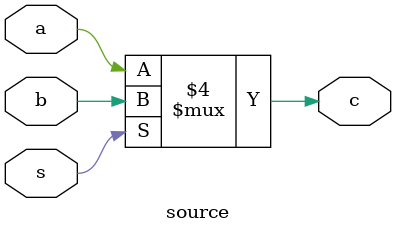
<source format=v>
module source(a, b, c, s);
	input wire a, b, s;	// INPUT PORTS
	output reg c;		// OUTPUT PORT

	always @(a, b, s) begin	
		if(!s)	
			c = a;
		else
			c = b;
	end
endmodule
</source>
